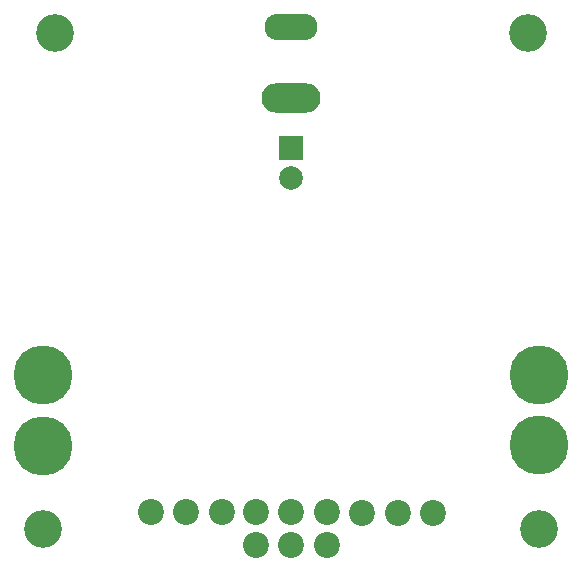
<source format=gbs>
G04 #@! TF.GenerationSoftware,KiCad,Pcbnew,(5.1.8)-1*
G04 #@! TF.CreationDate,2022-11-27T15:04:08-05:00*
G04 #@! TF.ProjectId,oc2Clone,6f633243-6c6f-46e6-952e-6b696361645f,rev?*
G04 #@! TF.SameCoordinates,Original*
G04 #@! TF.FileFunction,Soldermask,Bot*
G04 #@! TF.FilePolarity,Negative*
%FSLAX46Y46*%
G04 Gerber Fmt 4.6, Leading zero omitted, Abs format (unit mm)*
G04 Created by KiCad (PCBNEW (5.1.8)-1) date 2022-11-27 15:04:08*
%MOMM*%
%LPD*%
G01*
G04 APERTURE LIST*
%ADD10R,2.000000X2.000000*%
%ADD11C,2.000000*%
%ADD12C,2.200000*%
%ADD13C,5.000000*%
%ADD14C,3.200000*%
%ADD15O,5.000000X2.500000*%
%ADD16O,4.500000X2.250000*%
G04 APERTURE END LIST*
D10*
X125000000Y-63760000D03*
D11*
X125000000Y-66300000D03*
D12*
X128000000Y-94600000D03*
X125000000Y-94600000D03*
X122000000Y-94600000D03*
X119100000Y-94600000D03*
X116100000Y-94600000D03*
X113100000Y-94600000D03*
X137000000Y-94700000D03*
X134000000Y-94700000D03*
X131000000Y-94700000D03*
X128000000Y-97400000D03*
X125000000Y-97400000D03*
X122000000Y-97400000D03*
D13*
X146000000Y-83000000D03*
X104000000Y-83000000D03*
X146000000Y-88900000D03*
D14*
X104000000Y-96000000D03*
X105000000Y-54000000D03*
X145000000Y-54000000D03*
D15*
X125000000Y-59500000D03*
D16*
X125000000Y-53500000D03*
D14*
X146000000Y-96000000D03*
D13*
X104000000Y-89000000D03*
M02*

</source>
